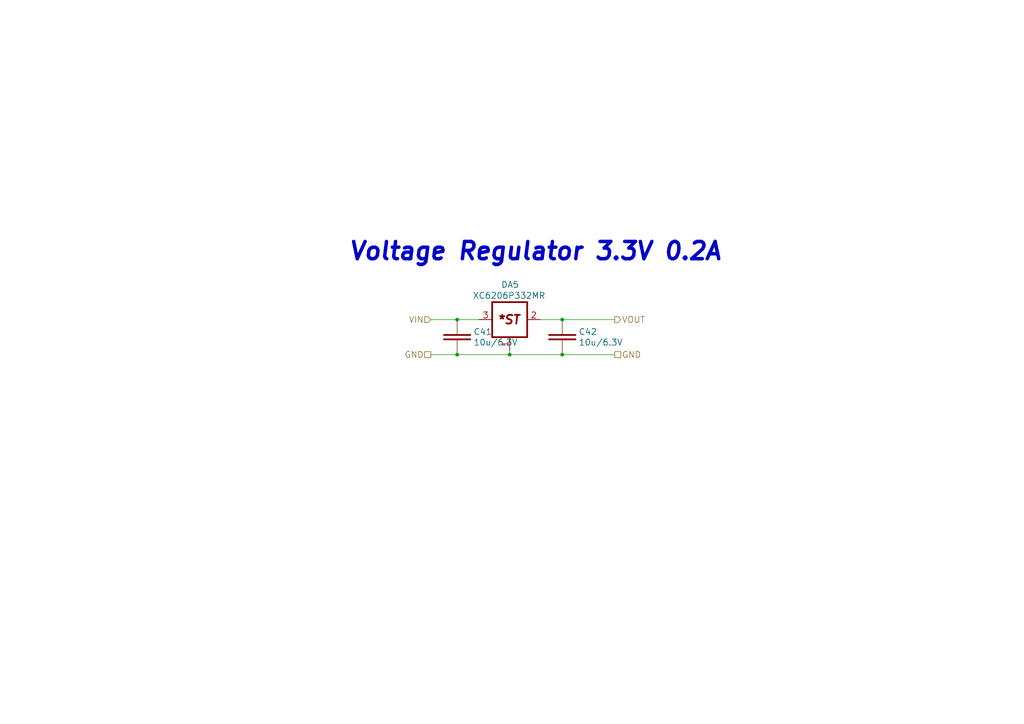
<source format=kicad_sch>
(kicad_sch (version 20211123) (generator eeschema)
  (paper "A4")
  (title_block (title "RadioSens v1") (comment 2 "Electrical Circuit"))
  (lib_symbols
    (symbol "C_CAP_1" (pin_names (offset 0))
      (property "Reference" "C" (at 0 6.35 0))
      (property "Value" "C_CAP_1" (at 0 -6.35 0))
      (symbol "C_CAP_1_0_1"
        (polyline (pts (xy -5.08 0) (xy -0.635 0)))
        (polyline (pts (xy -0.635 3.81) (xy -0.635 -3.81)) (stroke (width 0.508)))
        (polyline (pts (xy 0.635 0) (xy 5.08 0)))
        (polyline (pts (xy 0.635 3.81) (xy 0.635 -3.81)) (stroke (width 0.508)))
      )
      (symbol "C_CAP_1_1_1"
        (pin passive line (at -5.08 0 0) (length 2.54) hide (name "~") (number "1"))
        (pin passive line (at 5.08 0 180) (length 2.54) hide (name "~") (number "2"))
      )
    )
    (symbol "Capacitors:C_CAP" (pin_names (offset 0))
      (property "Reference" "C" (at 0 6.35 0))
      (property "Value" "C_CAP" (at 0 -6.35 0))
      (symbol "C_CAP_0_1"
        (polyline (pts (xy -5.08 0) (xy -0.635 0)))
        (polyline (pts (xy -0.635 3.81) (xy -0.635 -3.81)) (stroke (width 0.508)))
        (polyline (pts (xy 0.635 0) (xy 5.08 0)))
        (polyline (pts (xy 0.635 3.81) (xy 0.635 -3.81)) (stroke (width 0.508)))
      )
      (symbol "C_CAP_1_1"
        (pin passive line (at -5.08 0 0) (length 2.54) hide (name "~") (number "1"))
        (pin passive line (at 5.08 0 180) (length 2.54) hide (name "~") (number "2"))
      )
    )
    (symbol "Chips:XC6206P332MR" (pin_names (offset 1.016) hide)
      (property "Reference" "DA" (at -0.254 9.398 0))
      (property "Value" "XC6206P332MR" (at 0 6.858 0))
      (symbol "XC6206P332MR_1_1"
        (rectangle (start -5.08 5.08) (end 5.08 -5.08) (stroke (width 0.508)))
        (polyline (pts (xy -8.89 0) (xy -5.08 0)))
        (polyline (pts (xy 0 -5.08) (xy 0 -8.89)))
        (polyline (pts (xy 5.08 0) (xy 8.89 0)))
        (text "*ST" (at -0.254 0 0) (effects (font (size 2.54 2.54) bold italic)))
        (pin power_in line (at 0 -8.89 90) (length 3.81) (name "GND") (number "1"))
        (pin power_out line (at 8.89 0 180) (length 3.81) (name "OUT") (number "2"))
        (pin power_in line (at -8.89 0 0) (length 3.81) (name "IN") (number "3"))
      )
    )
  )
  (junction (at 163.068 92.71))
  (junction (at 132.588 92.71))
  (junction (at 163.068 102.87))
  (junction (at 147.828 102.87))
  (junction (at 132.588 102.87))
  (wire (pts (xy 147.828 102.87) (xy 163.068 102.87)))
  (wire (pts (xy 124.968 102.87) (xy 132.588 102.87)))
  (wire (pts (xy 124.968 92.71) (xy 132.588 92.71)))
  (wire (pts (xy 147.828 101.6) (xy 147.828 102.87)))
  (wire (pts (xy 138.938 92.71) (xy 132.588 92.71)))
  (wire (pts (xy 156.718 92.71) (xy 163.068 92.71)))
  (wire (pts (xy 163.068 102.87) (xy 178.308 102.87)))
  (wire (pts (xy 163.068 92.71) (xy 178.308 92.71)))
  (wire (pts (xy 132.588 102.87) (xy 147.828 102.87)))
  (text "Voltage Regulator 3.3V 0.2A" (at 100.838 75.946 0) (effects (font (size 5.0038 5.0038) (thickness 1.0008) bold italic) (justify left bottom)))
  (hierarchical_label "VOUT" (shape output) (at 178.308 92.71 0) (effects (font (size 1.778 1.778))))
  (hierarchical_label "GND" (shape passive) (at 178.308 102.87 0) (effects (font (size 1.778 1.778))))
  (hierarchical_label "GND" (shape passive) (at 124.968 102.87 180) (effects (font (size 1.778 1.778))))
  (hierarchical_label "VIN" (shape input) (at 124.968 92.71 180) (effects (font (size 1.778 1.778))))
  (symbol (lib_name "C_CAP_1") (lib_id "Capacitors:C_CAP") (at 163.068 97.79 270) (unit 1)
    (property "Reference" "C42" (at 167.767 96.2406 90) (effects (font (size 1.778 1.778)) (justify left)))
    (property "Value" "10u/6.3V" (at 167.767 99.314 90) (effects (font (size 1.778 1.778)) (justify left)))
    (property "Footprint" "Capacitor_SMD:C_0603_1608Metric" (effects hide))
    (property "Case/Package" "0603" (effects hide))
    (property "Type" "X7R" (effects hide))
    (property "Tolerance" "±10%" (effects hide))
  )
  (symbol (lib_id "Chips:XC6206P332MR") (at 147.828 92.71 0) (unit 1)
    (property "Reference" "DA5" (at 145.288 82.55 0) (effects (font (size 1.778 1.778)) (justify left)))
    (property "Value" "XC6206P332MR" (at 137.033 85.725 0) (effects (font (size 1.778 1.778)) (justify left)))
    (property "Footprint" "Package_TO_SOT_SMD:SOT-23" (effects hide))
  )
  (symbol (lib_id "Capacitors:C_CAP") (at 132.588 97.79 270) (unit 1)
    (property "Reference" "C41" (at 137.287 96.2406 90) (effects (font (size 1.778 1.778)) (justify left)))
    (property "Value" "10u/6.3V" (at 137.287 99.314 90) (effects (font (size 1.778 1.778)) (justify left)))
    (property "Footprint" "Capacitor_SMD:C_0603_1608Metric" (effects hide))
    (property "Case/Package" "0603" (effects hide))
    (property "Type" "X7R" (effects hide))
    (property "Tolerance" "±10%" (effects hide))
  )
)
</source>
